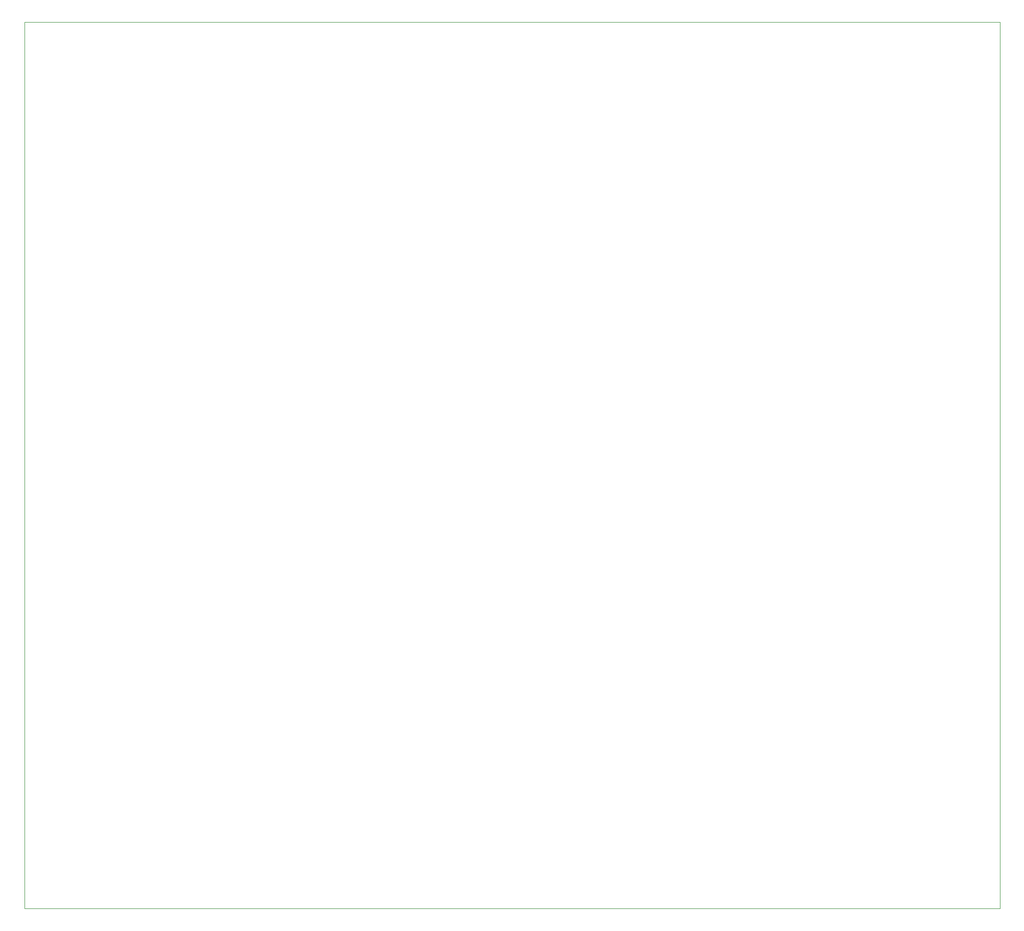
<source format=gbr>
%TF.GenerationSoftware,KiCad,Pcbnew,(5.1.6)-1*%
%TF.CreationDate,2021-02-04T22:49:39-05:00*%
%TF.ProjectId,Logic,4c6f6769-632e-46b6-9963-61645f706362,rev?*%
%TF.SameCoordinates,Original*%
%TF.FileFunction,Profile,NP*%
%FSLAX46Y46*%
G04 Gerber Fmt 4.6, Leading zero omitted, Abs format (unit mm)*
G04 Created by KiCad (PCBNEW (5.1.6)-1) date 2021-02-04 22:49:39*
%MOMM*%
%LPD*%
G01*
G04 APERTURE LIST*
%TA.AperFunction,Profile*%
%ADD10C,0.050000*%
%TD*%
G04 APERTURE END LIST*
D10*
X91440000Y-152400000D02*
X91440000Y635000D01*
X259715000Y-152400000D02*
X91440000Y-152400000D01*
X91440000Y635000D02*
X259715000Y635000D01*
X259715000Y635000D02*
X259715000Y-152400000D01*
M02*

</source>
